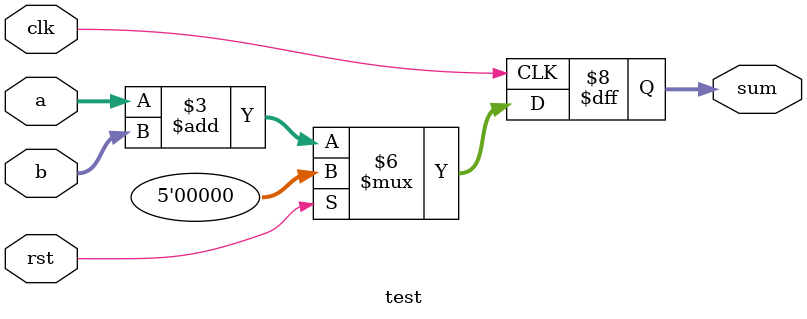
<source format=v>
module test (
    input  wire rst,
    input  wire clk,
    input  wire [3:0] a,
    input  wire [3:0] b,
    output reg [4:0] sum = 0
);

always @(posedge clk)
begin
    if(rst == 1)
        sum <= 0;
    else
        sum <= a + b;
end

endmodule
</source>
